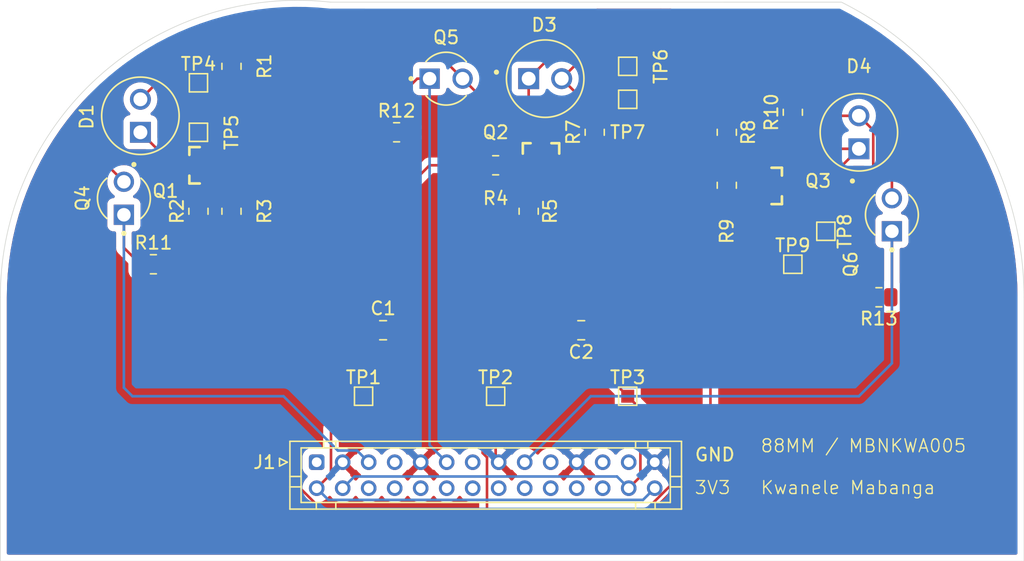
<source format=kicad_pcb>
(kicad_pcb (version 20221018) (generator pcbnew)
  (title_block (title "Micromouse Project (Sensing)") (date "2024-03-23") (rev "0") (comment 1 "@author: Kwanele Mabanga") (comment 2 "@version: 1"))
  (layers (0 "F.Cu" signal) (31 "B.Cu" signal) (34 "B.Paste" user) (35 "F.Paste" user) (36 "B.SilkS" user "B.Silkscreen") (37 "F.SilkS" user "F.Silkscreen") (38 "B.Mask" user) (39 "F.Mask" user) (44 "Edge.Cuts" user))
  (net 0 "")
  (net 1 "+3V3")
  (net 2 "GND")
  (net 3 "+BATT")
  (net 4 "/IR_LED_C")
  (net 5 "/IR_LED_1A")
  (net 6 "/IR_LED_2C")
  (net 7 "/IR_LED_2A")
  (net 8 "/IR_LED_3C")
  (net 9 "/IR_LED_3A")
  (net 10 "Net-(Q1-Pad1)")
  (net 12 "/PA3")
  (net 17 "/PA5")
  (net 22 "/PA7")
  (net 30 "Net-(Q2-Pad1)")
  (net 31 "Net-(Q3-Pad1)")
  (footprint "Resistor_SMD:R_0805_2012Metric" (layer "F.Cu") (at 167.64 96.52 -90)
    (fp_text reference "R8" (at 0 -1.65 -90) (layer "F.SilkS"))
    (fp_text value "100")
    (fp_line (start -0.227064 -0.735) (end 0.227064 -0.735) (stroke (width 0.12)) (layer "F.SilkS"))
    (fp_line (start -0.227064 0.735) (end 0.227064 0.735) (stroke (width 0.12)) (layer "F.SilkS"))
    (pad "1" smd roundrect (at -0.9125 0 270) (size 1.025 1.4) (layers "F.Cu" "F.Paste" "F.Mask") (roundrect_rratio 0.243902439) (net 1 "+3V3"))
    (pad "2" smd roundrect (at 0.9125 0 270) (size 1.025 1.4) (layers "F.Cu" "F.Paste" "F.Mask") (roundrect_rratio 0.243902439) (net 31 "Net-(Q3-Pad1)"))
  )
  (footprint "TestPoint:TestPoint_Pad_1.0x1.0mm" (layer "F.Cu") (at 139.7 116.84)
    (fp_text reference "TP1" (at 0 -1.448) (layer "F.SilkS"))
    (fp_text value "TestPoint")
    (fp_line (start -0.7 -0.7) (end 0.7 -0.7) (stroke (width 0.12)) (layer "F.SilkS"))
    (fp_line (start -0.7 0.7) (end -0.7 -0.7) (stroke (width 0.12)) (layer "F.SilkS"))
    (fp_line (start 0.7 -0.7) (end 0.7 0.7) (stroke (width 0.12)) (layer "F.SilkS"))
    (fp_line (start 0.7 0.7) (end -0.7 0.7) (stroke (width 0.12)) (layer "F.SilkS"))
    (pad "1" smd rect (at 0 0) (size 1 1) (layers "F.Cu" "F.Mask") (net 1 "+3V3"))
  )
  (footprint "Resistor_SMD:R_0805_2012Metric" (layer "F.Cu") (at 142.24 96.52)
    (fp_text reference "R12" (at 0 -1.65) (layer "F.SilkS"))
    (fp_text value "10k")
    (fp_line (start -0.227064 -0.735) (end 0.227064 -0.735) (stroke (width 0.12)) (layer "F.SilkS"))
    (fp_line (start -0.227064 0.735) (end 0.227064 0.735) (stroke (width 0.12)) (layer "F.SilkS"))
    (pad "1" smd roundrect (at -0.9125 0) (size 1.025 1.4) (layers "F.Cu" "F.Paste" "F.Mask") (roundrect_rratio 0.243902439) (net 17 "/PA5"))
    (pad "2" smd roundrect (at 0.9125 0) (size 1.025 1.4) (layers "F.Cu" "F.Paste" "F.Mask") (roundrect_rratio 0.243902439) (net 2 "GND"))
  )
  (footprint "TSAL6200:LEDRD254W55D595H900" (layer "F.Cu") (at 153.67 92.39)
    (fp_text reference "D3" (at -0.075 -4.135) (layer "F.SilkS"))
    (fp_text value "TSAL6200")
    (fp_circle (center -3.75 -0.5) (end -3.65 -0.5) (stroke (width 0.2)) (fill none) (layer "F.SilkS"))
    (fp_circle (center 0 0) (end 2.98 0) (stroke (width 0.127)) (fill none) (layer "F.SilkS"))
    (pad "A" thru_hole circle (at 1.27 0) (size 1.61 1.61) (drill 1.07) (layers "*.Cu" "*.Mask") (net 7 "/IR_LED_2A"))
    (pad "C" thru_hole rect (at -1.27 0) (size 1.61 1.61) (drill 1.07) (layers "*.Cu" "*.Mask") (net 6 "/IR_LED_2C"))
  )
  (footprint "MMBT5551:SOT23-3" (layer "F.Cu") (at 153.35 98.06 -90)
    (fp_text reference "Q2" (at -1.54 3.49 -180) (layer "F.SilkS"))
    (fp_text value "MMBT5551")
    (fp_line (start -0.7 -1.4) (end 0.1 -1.4) (stroke (width 0.2032)) (layer "F.SilkS"))
    (fp_line (start -0.7 -0.8) (end -0.7 -1.4) (stroke (width 0.2032)) (layer "F.SilkS"))
    (fp_line (start -0.7 0.8) (end -0.7 1.4) (stroke (width 0.2032)) (layer "F.SilkS"))
    (fp_line (start -0.7 1.4) (end 0.1 1.4) (stroke (width 0.2032)) (layer "F.SilkS"))
    (pad "1" smd rect (at 1 0.95) (size 0.8 0.9) (layers "F.Cu" "F.Paste" "F.Mask") (net 30 "Net-(Q2-Pad1)"))
    (pad "2" smd rect (at 1 -0.95) (size 0.8 0.9) (layers "F.Cu" "F.Paste" "F.Mask") (net 2 "GND"))
    (pad "3" smd rect (at -1.1 0) (size 0.8 0.9) (layers "F.Cu" "F.Paste" "F.Mask") (net 6 "/IR_LED_2C"))
  )
  (footprint "TEFT4300:XDCR_TEFT4300" (layer "F.Cu") (at 146.05 92.39)
    (fp_text reference "Q5" (at 0 -3.175) (layer "F.SilkS"))
    (fp_text value "TEFT4300")
    (fp_arc (start -1.55 -1.310001) (mid 0 -2.032778) (end 1.55 -1.31) (stroke (width 0.127)) (layer "F.SilkS"))
    (fp_arc (start 1.55 1.310001) (mid 0 2.032778) (end -1.55 1.31) (stroke (width 0.127)) (layer "F.SilkS"))
    (fp_circle (center -2.7 0) (end -2.6 0) (stroke (width 0.2)) (fill none) (layer "F.SilkS"))
    (pad "C" thru_hole circle (at 1.27 0) (size 1.56 1.56) (drill 1.04) (layers "*.Cu" "*.Mask") (net 3 "+BATT"))
    (pad "E" thru_hole rect (at -1.27 0) (size 1.56 1.56) (drill 1.04) (layers "*.Cu" "*.Mask") (net 17 "/PA5"))
  )
  (footprint "TestPoint:TestPoint_Pad_1.0x1.0mm" (layer "F.Cu") (at 160.02 93.98)
    (fp_text reference "TP7" (at 0 2.54) (layer "F.SilkS"))
    (fp_text value "TestPoint")
    (fp_line (start -0.7 -0.7) (end 0.7 -0.7) (stroke (width 0.12)) (layer "F.SilkS"))
    (fp_line (start -0.7 0.7) (end -0.7 -0.7) (stroke (width 0.12)) (layer "F.SilkS"))
    (fp_line (start 0.7 -0.7) (end 0.7 0.7) (stroke (width 0.12)) (layer "F.SilkS"))
    (fp_line (start 0.7 0.7) (end -0.7 0.7) (stroke (width 0.12)) (layer "F.SilkS"))
    (pad "1" smd rect (at 0 0) (size 1 1) (layers "F.Cu" "F.Mask") (net 6 "/IR_LED_2C"))
  )
  (footprint "TestPoint:TestPoint_Pad_1.0x1.0mm" (layer "F.Cu") (at 127 92.71)
    (fp_text reference "TP4" (at 0 -1.448) (layer "F.SilkS"))
    (fp_text value "TestPoint")
    (fp_line (start -0.7 -0.7) (end 0.7 -0.7) (stroke (width 0.12)) (layer "F.SilkS"))
    (fp_line (start -0.7 0.7) (end -0.7 -0.7) (stroke (width 0.12)) (layer "F.SilkS"))
    (fp_line (start 0.7 -0.7) (end 0.7 0.7) (stroke (width 0.12)) (layer "F.SilkS"))
    (fp_line (start 0.7 0.7) (end -0.7 0.7) (stroke (width 0.12)) (layer "F.SilkS"))
    (pad "1" smd rect (at 0 0) (size 1 1) (layers "F.Cu" "F.Mask") (net 5 "/IR_LED_1A"))
  )
  (footprint "Resistor_SMD:R_0805_2012Metric" (layer "F.Cu") (at 129.54 102.6 90)
    (fp_text reference "R3" (at 0 2.54 90) (layer "F.SilkS"))
    (fp_text value "10k")
    (fp_line (start -0.227064 -0.735) (end 0.227064 -0.735) (stroke (width 0.12)) (layer "F.SilkS"))
    (fp_line (start -0.227064 0.735) (end 0.227064 0.735) (stroke (width 0.12)) (layer "F.SilkS"))
    (pad "1" smd roundrect (at -0.9125 0 90) (size 1.025 1.4) (layers "F.Cu" "F.Paste" "F.Mask") (roundrect_rratio 0.243902439) (net 10 "Net-(Q1-Pad1)"))
    (pad "2" smd roundrect (at 0.9125 0 90) (size 1.025 1.4) (layers "F.Cu" "F.Paste" "F.Mask") (roundrect_rratio 0.243902439) (net 2 "GND"))
  )
  (footprint "TestPoint:TestPoint_Pad_1.0x1.0mm" (layer "F.Cu") (at 127 96.52)
    (fp_text reference "TP5" (at 2.542 0 90) (layer "F.SilkS"))
    (fp_text value "TestPoint")
    (fp_line (start -0.7 -0.7) (end 0.7 -0.7) (stroke (width 0.12)) (layer "F.SilkS"))
    (fp_line (start -0.7 0.7) (end -0.7 -0.7) (stroke (width 0.12)) (layer "F.SilkS"))
    (fp_line (start 0.7 -0.7) (end 0.7 0.7) (stroke (width 0.12)) (layer "F.SilkS"))
    (fp_line (start 0.7 0.7) (end -0.7 0.7) (stroke (width 0.12)) (layer "F.SilkS"))
    (pad "1" smd rect (at 0 0) (size 1 1) (layers "F.Cu" "F.Mask") (net 4 "/IR_LED_C"))
  )
  (footprint "TSAL6200:LEDRD254W55D595H900" (layer "F.Cu") (at 122.535 95.25 90)
    (fp_text reference "D1" (at -0.075 -4.135 90) (layer "F.SilkS"))
    (fp_text value "TSAL6200")
    (fp_circle (center -3.75 -0.5) (end -3.65 -0.5) (stroke (width 0.2)) (fill none) (layer "F.SilkS"))
    (fp_circle (center 0 0) (end 2.98 0) (stroke (width 0.127)) (fill none) (layer "F.SilkS"))
    (pad "A" thru_hole circle (at 1.27 0 90) (size 1.61 1.61) (drill 1.07) (layers "*.Cu" "*.Mask") (net 5 "/IR_LED_1A"))
    (pad "C" thru_hole rect (at -1.27 0 90) (size 1.61 1.61) (drill 1.07) (layers "*.Cu" "*.Mask") (net 4 "/IR_LED_C"))
  )
  (footprint "TestPoint:TestPoint_Pad_1.0x1.0mm" (layer "F.Cu") (at 160.02 116.84)
    (fp_text reference "TP3" (at 0 -1.448) (layer "F.SilkS"))
    (fp_text value "TestPoint")
    (fp_line (start -0.7 -0.7) (end 0.7 -0.7) (stroke (width 0.12)) (layer "F.SilkS"))
    (fp_line (start -0.7 0.7) (end -0.7 -0.7) (stroke (width 0.12)) (layer "F.SilkS"))
    (fp_line (start 0.7 -0.7) (end 0.7 0.7) (stroke (width 0.12)) (layer "F.SilkS"))
    (fp_line (start 0.7 0.7) (end -0.7 0.7) (stroke (width 0.12)) (layer "F.SilkS"))
    (pad "1" smd rect (at 0 0) (size 1 1) (layers "F.Cu" "F.Mask") (net 3 "+BATT"))
  )
  (footprint "TestPoint:TestPoint_Pad_1.0x1.0mm" (layer "F.Cu") (at 175.26 104.14 -90)
    (fp_text reference "TP8" (at 0 -1.448 90) (layer "F.SilkS"))
    (fp_text value "TestPoint")
    (fp_line (start -0.7 -0.7) (end 0.7 -0.7) (stroke (width 0.12)) (layer "F.SilkS"))
    (fp_line (start -0.7 0.7) (end -0.7 -0.7) (stroke (width 0.12)) (layer "F.SilkS"))
    (fp_line (start 0.7 -0.7) (end 0.7 0.7) (stroke (width 0.12)) (layer "F.SilkS"))
    (fp_line (start 0.7 0.7) (end -0.7 0.7) (stroke (width 0.12)) (layer "F.SilkS"))
    (pad "1" smd rect (at 0 0 270) (size 1 1) (layers "F.Cu" "F.Mask") (net 9 "/IR_LED_3A"))
  )
  (footprint "TEFT4300:XDCR_TEFT4300" (layer "F.Cu") (at 180.34 102.87 90)
    (fp_text reference "Q6" (at -3.81 -3.175 90) (layer "F.SilkS"))
    (fp_text value "TEFT4300")
    (fp_arc (start -1.55 -1.310001) (mid 0 -2.032778) (end 1.55 -1.31) (stroke (width 0.127)) (layer "F.SilkS"))
    (fp_arc (start 1.55 1.310001) (mid 0 2.032778) (end -1.55 1.31) (stroke (width 0.127)) (layer "F.SilkS"))
    (fp_circle (center -2.7 0) (end -2.6 0) (stroke (width 0.2)) (fill none) (layer "F.SilkS"))
    (pad "C" thru_hole circle (at 1.27 0 90) (size 1.56 1.56) (drill 1.04) (layers "*.Cu" "*.Mask") (net 3 "+BATT"))
    (pad "E" thru_hole rect (at -1.27 0 90) (size 1.56 1.56) (drill 1.04) (layers "*.Cu" "*.Mask") (net 22 "/PA7"))
  )
  (footprint "TestPoint:TestPoint_Pad_1.0x1.0mm" (layer "F.Cu") (at 149.86 116.84)
    (fp_text reference "TP2" (at 0 -1.448) (layer "F.SilkS"))
    (fp_text value "TestPoint")
    (fp_line (start -0.7 -0.7) (end 0.7 -0.7) (stroke (width 0.12)) (layer "F.SilkS"))
    (fp_line (start -0.7 0.7) (end -0.7 -0.7) (stroke (width 0.12)) (layer "F.SilkS"))
    (fp_line (start 0.7 -0.7) (end 0.7 0.7) (stroke (width 0.12)) (layer "F.SilkS"))
    (fp_line (start 0.7 0.7) (end -0.7 0.7) (stroke (width 0.12)) (layer "F.SilkS"))
    (pad "1" smd rect (at 0 0) (size 1 1) (layers "F.Cu" "F.Mask") (net 2 "GND"))
  )
  (footprint "Resistor_SMD:R_0805_2012Metric" (layer "F.Cu") (at 172.72 94.98 90)
    (fp_text reference "R10" (at 0 -1.65 90) (layer "F.SilkS"))
    (fp_text value "220")
    (fp_line (start -0.227064 -0.735) (end 0.227064 -0.735) (stroke (width 0.12)) (layer "F.SilkS"))
    (fp_line (start -0.227064 0.735) (end 0.227064 0.735) (stroke (width 0.12)) (layer "F.SilkS"))
    (pad "1" smd roundrect (at -0.9125 0 90) (size 1.025 1.4) (layers "F.Cu" "F.Paste" "F.Mask") (roundrect_rratio 0.243902439) (net 3 "+BATT"))
    (pad "2" smd roundrect (at 0.9125 0 90) (size 1.025 1.4) (layers "F.Cu" "F.Paste" "F.Mask") (roundrect_rratio 0.243902439) (net 9 "/IR_LED_3A"))
  )
  (footprint "Resistor_SMD:R_0805_2012Metric" (layer "F.Cu") (at 179.34 109.22 180)
    (fp_text reference "R13" (at 0 -1.65 180) (layer "F.SilkS"))
    (fp_text value "10k")
    (fp_line (start -0.227064 -0.735) (end 0.227064 -0.735) (stroke (width 0.12)) (layer "F.SilkS"))
    (fp_line (start -0.227064 0.735) (end 0.227064 0.735) (stroke (width 0.12)) (layer "F.SilkS"))
    (pad "1" smd roundrect (at -0.9125 0 180) (size 1.025 1.4) (layers "F.Cu" "F.Paste" "F.Mask") (roundrect_rratio 0.243902439) (net 22 "/PA7"))
    (pad "2" smd roundrect (at 0.9125 0 180) (size 1.025 1.4) (layers "F.Cu" "F.Paste" "F.Mask") (roundrect_rratio 0.243902439) (net 2 "GND"))
  )
  (footprint "Resistor_SMD:R_0805_2012Metric" (layer "F.Cu") (at 152.4 102.6 -90)
    (fp_text reference "R5" (at 0 -1.65 -90) (layer "F.SilkS"))
    (fp_text value "10k")
    (fp_line (start -0.227064 -0.735) (end 0.227064 -0.735) (stroke (width 0.12)) (layer "F.SilkS"))
    (fp_line (start -0.227064 0.735) (end 0.227064 0.735) (stroke (width 0.12)) (layer "F.SilkS"))
    (pad "1" smd roundrect (at -0.9125 0 270) (size 1.025 1.4) (layers "F.Cu" "F.Paste" "F.Mask") (roundrect_rratio 0.243902439) (net 30 "Net-(Q2-Pad1)"))
    (pad "2" smd roundrect (at 0.9125 0 270) (size 1.025 1.4) (layers "F.Cu" "F.Paste" "F.Mask") (roundrect_rratio 0.243902439) (net 2 "GND"))
  )
  (footprint "MMBT5551:SOT23-3" (layer "F.Cu") (at 171.18 100.65 180)
    (fp_text reference "Q3" (at -3.48 0.38) (layer "F.SilkS"))
    (fp_text value "MMBT5551")
    (fp_line (start -0.7 -1.4) (end 0.1 -1.4) (stroke (width 0.2032)) (layer "F.SilkS"))
    (fp_line (start -0.7 -0.8) (end -0.7 -1.4) (stroke (width 0.2032)) (layer "F.SilkS"))
    (fp_line (start -0.7 0.8) (end -0.7 1.4) (stroke (width 0.2032)) (layer "F.SilkS"))
    (fp_line (start -0.7 1.4) (end 0.1 1.4) (stroke (width 0.2032)) (layer "F.SilkS"))
    (pad "1" smd rect (at 1 0.95 270) (size 0.8 0.9) (layers "F.Cu" "F.Paste" "F.Mask") (net 31 "Net-(Q3-Pad1)"))
    (pad "2" smd rect (at 1 -0.95 270) (size 0.8 0.9) (layers "F.Cu" "F.Paste" "F.Mask") (net 2 "GND"))
    (pad "3" smd rect (at -1.1 0 270) (size 0.8 0.9) (layers "F.Cu" "F.Paste" "F.Mask") (net 8 "/IR_LED_3C"))
  )
  (footprint "TSAL6200:LEDRD254W55D595H900" (layer "F.Cu") (at 177.8 96.52 90)
    (fp_text reference "D4" (at 5.08 0 180) (layer "F.SilkS"))
    (fp_text value "TSAL6200")
    (fp_circle (center -3.75 -0.5) (end -3.65 -0.5) (stroke (width 0.2)) (fill none) (layer "F.SilkS"))
    (fp_circle (center 0 0) (end 2.98 0) (stroke (width 0.127)) (fill none) (layer "F.SilkS"))
    (pad "A" thru_hole circle (at 1.27 0 90) (size 1.61 1.61) (drill 1.07) (layers "*.Cu" "*.Mask") (net 9 "/IR_LED_3A"))
    (pad "C" thru_hole rect (at -1.27 0 90) (size 1.61 1.61) (drill 1.07) (layers "*.Cu" "*.Mask") (net 8 "/IR_LED_3C"))
  )
  (footprint "Resistor_SMD:R_0805_2012Metric" (layer "F.Cu") (at 127 102.6 90)
    (fp_text reference "R2" (at 0 -1.65 90) (layer "F.SilkS"))
    (fp_text value "100")
    (fp_line (start -0.227064 -0.735) (end 0.227064 -0.735) (stroke (width 0.12)) (layer "F.SilkS"))
    (fp_line (start -0.227064 0.735) (end 0.227064 0.735) (stroke (width 0.12)) (layer "F.SilkS"))
    (pad "1" smd roundrect (at -0.9125 0 90) (size 1.025 1.4) (layers "F.Cu" "F.Paste" "F.Mask") (roundrect_rratio 0.243902439) (net 1 "+3V3"))
    (pad "2" smd roundrect (at 0.9125 0 90) (size 1.025 1.4) (layers "F.Cu" "F.Paste" "F.Mask") (roundrect_rratio 0.243902439) (net 10 "Net-(Q1-Pad1)"))
  )
  (footprint "TestPoint:TestPoint_Pad_1.0x1.0mm" (layer "F.Cu") (at 160.02 91.44)
    (fp_text reference "TP6" (at 2.54 0 -90) (layer "F.SilkS"))
    (fp_text value "TestPoint")
    (fp_line (start -0.7 -0.7) (end 0.7 -0.7) (stroke (width 0.12)) (layer "F.SilkS"))
    (fp_line (start -0.7 0.7) (end -0.7 -0.7) (stroke (width 0.12)) (layer "F.SilkS"))
    (fp_line (start 0.7 -0.7) (end 0.7 0.7) (stroke (width 0.12)) (layer "F.SilkS"))
    (fp_line (start 0.7 0.7) (end -0.7 0.7) (stroke (width 0.12)) (layer "F.SilkS"))
    (pad "1" smd rect (at 0 0) (size 1 1) (layers "F.Cu" "F.Mask") (net 7 "/IR_LED_2A"))
  )
  (footprint "Resistor_SMD:R_0805_2012Metric" (layer "F.Cu") (at 149.86 99.06)
    (fp_text reference "R4" (at 0 2.54) (layer "F.SilkS"))
    (fp_text value "100")
    (fp_line (start -0.227064 -0.735) (end 0.227064 -0.735) (stroke (width 0.12)) (layer "F.SilkS"))
    (fp_line (start -0.227064 0.735) (end 0.227064 0.735) (stroke (width 0.12)) (layer "F.SilkS"))
    (pad "1" smd roundrect (at -0.9125 0) (size 1.025 1.4) (layers "F.Cu" "F.Paste" "F.Mask") (roundrect_rratio 0.243902439) (net 1 "+3V3"))
    (pad "2" smd roundrect (at 0.9125 0) (size 1.025 1.4) (layers "F.Cu" "F.Paste" "F.Mask") (roundrect_rratio 0.243902439) (net 30 "Net-(Q2-Pad1)"))
  )
  (footprint "Connector_JST:JST_PHD_B28B-PHDSS_2x14_P2.00mm_Vertical" (layer "F.Cu") (at 136.095 121.92)
    (fp_text reference "J1" (at -4.015 0) (layer "F.SilkS"))
    (fp_text value "Conn_02x14_Top_Bottom")
    (fp_line (start -2.86 -0.3) (end -2.26 0) (stroke (width 0.12)) (layer "F.SilkS"))
    (fp_line (start -2.86 0.3) (end -2.86 -0.3) (stroke (width 0.12)) (layer "F.SilkS"))
    (fp_line (start -2.26 0) (end -2.86 0.3) (stroke (width 0.12)) (layer "F.SilkS"))
    (fp_line (start -2.06 -1.61) (end -2.06 3.61) (stroke (width 0.12)) (layer "F.SilkS"))
    (fp_line (start -2.06 1.1) (end -1.2 1.1) (stroke (width 0.12)) (layer "F.SilkS"))
    (fp_line (start -2.06 1.9) (end -1.2 1.9) (stroke (width 0.12)) (layer "F.SilkS"))
    (fp_line (start -2.06 3.61) (end 28.06 3.61) (stroke (width 0.12)) (layer "F.SilkS"))
    (fp_line (start -1.2 -1.1) (end -1.2 3.1) (stroke (width 0.12)) (layer "F.SilkS"))
    (fp_line (start -1.2 3.1) (end 27.2 3.1) (stroke (width 0.12)) (layer "F.SilkS"))
    (fp_line (start -0.03 3.61) (end -0.03 3.1) (stroke (width 0.12)) (layer "F.SilkS"))
    (fp_line (start 0.53 -1.61) (end 0.53 -1.1) (stroke (width 0.12)) (layer "F.SilkS"))
    (fp_line (start 1.47 -1.61) (end 1.47 -1.1) (stroke (width 0.12)) (layer "F.SilkS"))
    (fp_line (start 1.47 3.61) (end 1.47 3.1) (stroke (width 0.12)) (layer "F.SilkS"))
    (fp_line (start 24.53 -1.61) (end 24.53 -1.1) (stroke (width 0.12)) (layer "F.SilkS"))
    (fp_line (start 24.53 3.61) (end 24.53 3.1) (stroke (width 0.12)) (layer "F.SilkS"))
    (fp_line (start 25.47 -1.61) (end 25.47 -1.1) (stroke (width 0.12)) (layer "F.SilkS"))
    (fp_line (start 26.03 3.61) (end 26.03 3.1) (stroke (width 0.12)) (layer "F.SilkS"))
    (fp_line (start 27.2 -1.1) (end -1.2 -1.1) (stroke (width 0.12)) (layer "F.SilkS"))
    (fp_line (start 27.2 3.1) (end 27.2 -1.1) (stroke (width 0.12)) (layer "F.SilkS"))
    (fp_line (start 28.06 -1.61) (end -2.06 -1.61) (stroke (width 0.12)) (layer "F.SilkS"))
    (fp_line (start 28.06 1.1) (end 27.2 1.1) (stroke (width 0.12)) (layer "F.SilkS"))
    (fp_line (start 28.06 1.9) (end 27.2 1.9) (stroke (width 0.12)) (layer "F.SilkS"))
    (fp_line (start 28.06 3.61) (end 28.06 -1.61) (stroke (width 0.12)) (layer "F.SilkS"))
    (pad "1" thru_hole roundrect (at 0 0) (size 1.2 1.2) (drill 0.75) (layers "*.Cu" "*.Mask") (roundrect_rratio 0.2083333333))
    (pad "2" thru_hole circle (at 0 2) (size 1.2 1.2) (drill 0.75) (layers "*.Cu" "*.Mask") (net 1 "+3V3"))
    (pad "3" thru_hole circle (at 2 0) (size 1.2 1.2) (drill 0.75) (layers "*.Cu" "*.Mask") (net 2 "GND"))
    (pad "4" thru_hole circle (at 2 2) (size 1.2 1.2) (drill 0.75) (layers "*.Cu" "*.Mask") (net 3 "+BATT"))
    (pad "5" thru_hole circle (at 4 0) (size 1.2 1.2) (drill 0.75) (layers "*.Cu" "*.Mask") (net 12 "/PA3"))
    (pad "6" thru_hole circle (at 4 2) (size 1.2 1.2) (drill 0.75) (layers "*.Cu" "*.Mask"))
    (pad "7" thru_hole circle (at 6 0) (size 1.2 1.2) (drill 0.75) (layers "*.Cu" "*.Mask"))
    (pad "8" thru_hole circle (at 6 2) (size 1.2 1.2) (drill 0.75) (layers "*.Cu" "*.Mask"))
    (pad "9" thru_hole circle (at 8 0) (size 1.2 1.2) (drill 0.75) (layers "*.Cu" "*.Mask") (net 2 "GND"))
    (pad "10" thru_hole circle (at 8 2) (size 1.2 1.2) (drill 0.75) (layers "*.Cu" "*.Mask"))
    (pad "11" thru_hole circle (at 10 0) (size 1.2 1.2) (drill 0.75) (layers "*.Cu" "*.Mask") (net 17 "/PA5"))
    (pad "12" thru_hole circle (at 10 2) (size 1.2 1.2) (drill 0.75) (layers "*.Cu" "*.Mask"))
    (pad "13" thru_hole circle (at 12 0) (size 1.2 1.2) (drill 0.75) (layers "*.Cu" "*.Mask"))
    (pad "14" thru_hole circle (at 12 2) (size 1.2 1.2) (drill 0.75) (layers "*.Cu" "*.Mask"))
    (pad "15" thru_hole circle (at 14 0) (size 1.2 1.2) (drill 0.75) (layers "*.Cu" "*.Mask") (net 2 "GND"))
    (pad "16" thru_hole circle (at 14 2) (size 1.2 1.2) (drill 0.75) (layers "*.Cu" "*.Mask"))
    (pad "17" thru_hole circle (at 16 0) (size 1.2 1.2) (drill 0.75) (layers "*.Cu" "*.Mask") (net 22 "/PA7"))
    (pad "18" thru_hole circle (at 16 2) (size 1.2 1.2) (drill 0.75) (layers "*.Cu" "*.Mask"))
    (pad "19" thru_hole circle (at 18 0) (size 1.2 1.2) (drill 0.75) (layers "*.Cu" "*.Mask"))
    (pad "20" thru_hole circle (at 18 2) (size 1.2 1.2) (drill 0.75) (layers "*.Cu" "*.Mask"))
    (pad "21" thru_hole circle (at 20 0) (size 1.2 1.2) (drill 0.75) (layers "*.Cu" "*.Mask") (net 2 "GND"))
    (pad "22" thru_hole circle (at 20 2) (size 1.2 1.2) (drill 0.75) (layers "*.Cu" "*.Mask"))
    (pad "23" thru_hole circle (at 22 0) (size 1.2 1.2) (drill 0.75) (layers "*.Cu" "*.Mask"))
    (pad "24" thru_hole circle (at 22 2) (size 1.2 1.2) (drill 0.75) (layers "*.Cu" "*.Mask"))
    (pad "25" thru_hole circle (at 24 0) (size 1.2 1.2) (drill 0.75) (layers "*.Cu" "*.Mask"))
    (pad "26" thru_hole circle (at 24 2) (size 1.2 1.2) (drill 0.75) (layers "*.Cu" "*.Mask") (net 3 "+BATT"))
    (pad "27" thru_hole circle (at 26 0) (size 1.2 1.2) (drill 0.75) (layers "*.Cu" "*.Mask") (net 2 "GND"))
    (pad "28" thru_hole circle (at 26 2) (size 1.2 1.2) (drill 0.75) (layers "*.Cu" "*.Mask") (net 1 "+3V3"))
  )
  (footprint "MMBT5551:SOT23-3" (layer "F.Cu") (at 127 99.06)
    (fp_text reference "Q1" (at -2.54 1.9812) (layer "F.SilkS"))
    (fp_text value "MMBT5551")
    (fp_line (start -0.7 -1.4) (end 0.1 -1.4) (stroke (width 0.2032)) (layer "F.SilkS"))
    (fp_line (start -0.7 -0.8) (end -0.7 -1.4) (stroke (width 0.2032)) (layer "F.SilkS"))
    (fp_line (start -0.7 0.8) (end -0.7 1.4) (stroke (width 0.2032)) (layer "F.SilkS"))
    (fp_line (start -0.7 1.4) (end 0.1 1.4) (stroke (width 0.2032)) (layer "F.SilkS"))
    (pad "1" smd rect (at 1 0.95 90) (size 0.8 0.9) (layers "F.Cu" "F.Paste" "F.Mask") (net 10 "Net-(Q1-Pad1)"))
    (pad "2" smd rect (at 1 -0.95 90) (size 0.8 0.9) (layers "F.Cu" "F.Paste" "F.Mask") (net 2 "GND"))
    (pad "3" smd rect (at -1.1 0 90) (size 0.8 0.9) (layers "F.Cu" "F.Paste" "F.Mask") (net 4 "/IR_LED_C"))
  )
  (footprint "Capacitor_SMD:C_0805_2012Metric" (layer "F.Cu") (at 156.4425 111.76 180)
    (fp_text reference "C2" (at 0 -1.68 180) (layer "F.SilkS"))
    (fp_text value "10nF")
    (fp_line (start -0.261252 -0.735) (end 0.261252 -0.735) (stroke (width 0.12)) (layer "F.SilkS"))
    (fp_line (start -0.261252 0.735) (end 0.261252 0.735) (stroke (width 0.12)) (layer "F.SilkS"))
    (pad "1" smd roundrect (at -0.95 0 180) (size 1 1.45) (layers "F.Cu" "F.Paste" "F.Mask") (net 3 "+BATT"))
    (pad "2" smd roundrect (at 0.95 0 180) (size 1 1.45) (layers "F.Cu" "F.Paste" "F.Mask") (net 2 "GND"))
  )
  (footprint "Resistor_SMD:R_0805_2012Metric" (layer "F.Cu") (at 123.535 106.68)
    (fp_text reference "R11" (at 0 -1.65) (layer "F.SilkS"))
    (fp_text value "10k")
    (fp_line (start -0.227064 -0.735) (end 0.227064 -0.735) (stroke (width 0.12)) (layer "F.SilkS"))
    (fp_line (start -0.227064 0.735) (end 0.227064 0.735) (stroke (width 0.12)) (layer "F.SilkS"))
    (pad "1" smd roundrect (at -0.9125 0) (size 1.025 1.4) (layers "F.Cu" "F.Paste" "F.Mask") (roundrect_rratio 0.243902439) (net 12 "/PA3"))
    (pad "2" smd roundrect (at 0.9125 0) (size 1.025 1.4) (layers "F.Cu" "F.Paste" "F.Mask") (roundrect_rratio 0.243902439) (net 2 "GND"))
  )
  (footprint "Resistor_SMD:R_0805_2012Metric" (layer "F.Cu") (at 157.48 96.52 90)
    (fp_text reference "R7" (at 0 -1.65 90) (layer "F.SilkS"))
    (fp_text value "220")
    (fp_line (start -0.227064 -0.735) (end 0.227064 -0.735) (stroke (width 0.12)) (layer "F.SilkS"))
    (fp_line (start -0.227064 0.735) (end 0.227064 0.735) (stroke (width 0.12)) (layer "F.SilkS"))
    (pad "1" smd roundrect (at -0.9125 0 90) (size 1.025 1.4) (layers "F.Cu" "F.Paste" "F.Mask") (roundrect_rratio 0.243902439) (net 3 "+BATT"))
    (pad "2" smd roundrect (at 0.9125 0 90) (size 1.025 1.4) (layers "F.Cu" "F.Paste" "F.Mask") (roundrect_rratio 0.243902439) (net 7 "/IR_LED_2A"))
  )
  (footprint "Capacitor_SMD:C_0805_2012Metric" (layer "F.Cu") (at 141.2025 111.76)
    (fp_text reference "C1" (at 0 -1.68) (layer "F.SilkS"))
    (fp_text value "10nF")
    (fp_line (start -0.261252 -0.735) (end 0.261252 -0.735) (stroke (width 0.12)) (layer "F.SilkS"))
    (fp_line (start -0.261252 0.735) (end 0.261252 0.735) (stroke (width 0.12)) (layer "F.SilkS"))
    (pad "1" smd roundrect (at -0.95 0) (size 1 1.45) (layers "F.Cu" "F.Paste" "F.Mask") (net 1 "+3V3"))
    (pad "2" smd roundrect (at 0.95 0) (size 1 1.45) (layers "F.Cu" "F.Paste" "F.Mask") (net 2 "GND"))
  )
  (footprint "TEFT4300:XDCR_TEFT4300" (layer "F.Cu") (at 121.265 101.6 90)
    (fp_text reference "Q4" (at 0 -3.175 90) (layer "F.SilkS"))
    (fp_text value "TEFT4300")
    (fp_arc (start -1.55 -1.310001) (mid 0 -2.032778) (end 1.55 -1.31) (stroke (width 0.127)) (layer "F.SilkS"))
    (fp_arc (start 1.55 1.310001) (mid 0 2.032778) (end -1.55 1.31) (stroke (width 0.127)) (layer "F.SilkS"))
    (fp_circle (center -2.7 0) (end -2.6 0) (stroke (width 0.2)) (fill none) (layer "F.SilkS"))
    (pad "C" thru_hole circle (at 1.27 0 90) (size 1.56 1.56) (drill 1.04) (layers "*.Cu" "*.Mask") (net 3 "+BATT"))
    (pad "E" thru_hole rect (at -1.27 0 90) (size 1.56 1.56) (drill 1.04) (layers "*.Cu" "*.Mask") (net 12 "/PA3"))
  )
  (footprint "TestPoint:TestPoint_Pad_1.0x1.0mm" (layer "F.Cu") (at 172.72 106.68)
    (fp_text reference "TP9" (at 0 -1.448) (layer "F.SilkS"))
    (fp_text value "TestPoint")
    (fp_line (start -0.7 -0.7) (end 0.7 -0.7) (stroke (width 0.12)) (layer "F.SilkS"))
    (fp_line (start -0.7 0.7) (end -0.7 -0.7) (stroke (width 0.12)) (layer "F.SilkS"))
    (fp_line (start 0.7 -0.7) (end 0.7 0.7) (stroke (width 0.12)) (layer "F.SilkS"))
    (fp_line (start 0.7 0.7) (end -0.7 0.7) (stroke (width 0.12)) (layer "F.SilkS"))
    (pad "1" smd rect (at 0 0) (size 1 1) (layers "F.Cu" "F.Mask") (net 8 "/IR_LED_3C"))
  )
  (footprint "Resistor_SMD:R_0805_2012Metric" (layer "F.Cu") (at 167.64 100.6 -90)
    (fp_text reference "R9" (at 3.54 0 -90) (layer "F.SilkS"))
    (fp_text value "10k")
    (fp_line (start -0.227064 -0.735) (end 0.227064 -0.735) (stroke (width 0.12)) (layer "F.SilkS"))
    (fp_line (start -0.227064 0.735) (end 0.227064 0.735) (stroke (width 0.12)) (layer "F.SilkS"))
    (pad "1" smd roundrect (at -0.9125 0 270) (size 1.025 1.4) (layers "F.Cu" "F.Paste" "F.Mask") (roundrect_rratio 0.243902439) (net 31 "Net-(Q3-Pad1)"))
    (pad "2" smd roundrect (at 0.9125 0 270) (size 1.025 1.4) (layers "F.Cu" "F.Paste" "F.Mask") (roundrect_rratio 0.243902439) (net 2 "GND"))
  )
  (footprint "Resistor_SMD:R_0805_2012Metric" (layer "F.Cu") (at 129.54 91.44 90)
    (fp_text reference "R1" (at 0 2.54 90) (layer "F.SilkS"))
    (fp_text value "220")
    (fp_line (start -0.227064 -0.735) (end 0.227064 -0.735) (stroke (width 0.12)) (layer "F.SilkS"))
    (fp_line (start -0.227064 0.735) (end 0.227064 0.735) (stroke (width 0.12)) (layer "F.SilkS"))
    (pad "1" smd roundrect (at -0.9125 0 90) (size 1.025 1.4) (layers "F.Cu" "F.Paste" "F.Mask") (roundrect_rratio 0.243902439) (net 3 "+BATT"))
    (pad "2" smd roundrect (at 0.9125 0 90) (size 1.025 1.4) (layers "F.Cu" "F.Paste" "F.Mask") (roundrect_rratio 0.243902439) (net 5 "/IR_LED_1A"))
  )
  (gr_line (start 116.84 129.54) (end 111.76 129.54) (stroke (width 0.05)) (layer "Edge.Cuts"))
  (gr_line (start 111.76 114.3) (end 111.76 109.22) (stroke (width 0.05)) (layer "Edge.Cuts"))
  (gr_arc (start 176.459225 86.501549) (mid 186.706531 95.866429) (end 190.5 109.22) (stroke (width 0.05)) (layer "Edge.Cuts"))
  (gr_arc (start 111.76 109.22) (mid 119.374175 92.186373) (end 137.144465 86.499818) (stroke (width 0.05)) (layer "Edge.Cuts"))
  (gr_line (start 190.5 129.54) (end 190.5 109.22) (stroke (width 0.05)) (layer "Edge.Cuts"))
  (gr_line (start 116.84 129.54) (end 190.5 129.54) (stroke (width 0.05)) (layer "Edge.Cuts"))
  (gr_line (start 111.76 129.54) (end 111.76 114.3) (stroke (width 0.05)) (layer "Edge.Cuts"))
  (gr_line (start 176.459225 86.501549) (end 137.144465 86.499818) (stroke (width 0.05)) (layer "Edge.Cuts"))
  (gr_text "GND" (at 165.1 121.92) (layer "F.SilkS") (effects (font (size 1 1)) (justify left bottom)))
  (gr_text "3V3\n" (at 165.1 124.46) (layer "F.SilkS") (effects (font (size 1 1) (thickness 0.1)) (justify left bottom)))
  (gr_text "88MM / MBNKWA005\n\nKwanele Mabanga" (at 170.18 124.46) (layer "F.SilkS") (effects (font (size 1 1) (thickness 0.1)) (justify left bottom)))
  (segment (start 140.165 103.675) (end 140.165 111.76) (width 0.2) (layer "F.Cu") (net 1))
  (segment (start 148.86 99.06) (end 144.78 99.06) (width 0.2) (layer "F.Cu") (net 1))
  (segment (start 148.86 121.212207) (end 149.195 121.547207) (width 0.2) (layer "F.Cu") (net 1))
  (segment (start 148.86 99.06) (end 148.86 121.212207) (width 0.2) (layer "F.Cu") (net 1))
  (segment (start 149.195 127.675) (end 159.345 127.675) (width 0.2) (layer "F.Cu") (net 1))
  (segment (start 166.382843 96.777157) (end 167.64 95.52) (width 0.2) (layer "F.Cu") (net 1))
  (segment (start 137.195 119.345) (end 139.7 116.84) (width 0.2) (layer "F.Cu") (net 1))
  (segment (start 144.78 99.06) (end 140.165 103.675) (width 0.2) (layer "F.Cu") (net 1))
  (segment (start 136.095 123.92) (end 137.195 122.82) (width 0.2) (layer "F.Cu") (net 1))
  (segment (start 166.382843 120.637157) (end 166.382843 96.777157) (width 0.2) (layer "F.Cu") (net 1))
  (segment (start 140.165 116.375) (end 139.7 116.84) (width 0.2) (layer "F.Cu") (net 1))
  (segment (start 129.54 111.76) (end 140.165 111.76) (width 0.2) (layer "F.Cu") (net 1))
  (segment (start 137.195 122.82) (end 137.195 119.345) (width 0.2) (layer "F.Cu") (net 1))
  (segment (start 127 109.22) (end 129.54 111.76) (width 0.2) (layer "F.Cu") (net 1))
  (segment (start 159.345 127.675) (end 166.382843 120.637157) (width 0.2) (layer "F.Cu") (net 1))
  (segment (start 127 103.6) (end 127 109.22) (width 0.2) (layer "F.Cu") (net 1))
  (segment (start 140.165 111.76) (end 140.165 116.375) (width 0.2) (layer "F.Cu") (net 1))
  (segment (start 149.195 121.547207) (end 149.195 127.675) (width 0.2) (layer "F.Cu") (net 1))
  (segment (start 136.995 124.82) (end 136.095 123.92) (width 0.2) (layer "B.Cu") (net 1))
  (segment (start 162.095 123.92) (end 161.195 124.82) (width 0.2) (layer "B.Cu") (net 1))
  (segment (start 161.195 124.82) (end 136.995 124.82) (width 0.2) (layer "B.Cu") (net 1))
  (segment (start 128.75 99.31) (end 127.25 99.31) (width 0.2) (layer "F.Cu") (net 2))
  (segment (start 149.86 121.685) (end 150.095 121.92) (width 0.2) (layer "F.Cu") (net 2))
  (segment (start 152.4 103.6) (end 152.4 108.755) (width 0.2) (layer "F.Cu") (net 2))
  (segment (start 143.24 96.52) (end 150.884314 96.52) (width 0.2) (layer "F.Cu") (net 2))
  (segment (start 152.4 116.84) (end 155.405 113.835) (width 0.2) (layer "F.Cu") (net 2))
  (segment (start 152.4 108.755) (end 155.405 111.76) (width 0.2) (layer "F.Cu") (net 2))
  (segment (start 154.3 101.7) (end 152.4 103.6) (width 0.2) (layer "F.Cu") (net 2))
  (segment (start 150.884314 96.52) (end 152.474314 98.11) (width 0.2) (layer "F.Cu") (net 2))
  (segment (start 129.54 101.6) (end 129.54 99.65) (width 0.2) (layer "F.Cu") (net 2))
  (segment (start 170.18 101.6) (end 170.18 106.68) (width 0.2) (layer "F.Cu") (net 2))
  (segment (start 128.5 98.06) (end 149.444744 98.06) (width 0.2) (layer "F.Cu") (net 2))
  (segment (start 155.405 113.835) (end 155.405 111.76) (width 0.2) (layer "F.Cu") (net 2))
  (segment (start 138.16 101.6) (end 129.54 101.6) (width 0.2) (layer "F.Cu") (net 2))
  (segment (start 149.86 116.84) (end 149.86 121.685) (width 0.2) (layer "F.Cu") (net 2))
  (segment (start 152.474314 98.11) (end 153.35 98.11) (width 0.2) (layer "F.Cu") (net 2))
  (segment (start 170.18 101.6) (end 167.64 101.6) (width 0.2) (layer "F.Cu") (net 2))
  (segment (start 143.24 96.52) (end 138.16 101.6) (width 0.2) (layer "F.Cu") (net 2))
  (segment (start 129.54 101.6) (end 129.54 100.1) (width 0.2) (layer "F.Cu") (net 2))
  (segment (start 170.18 117.405685) (end 159.510685 128.075) (width 0.2) (layer "F.Cu") (net 2))
  (segment (start 149.444744 98.06) (end 149.86 98.475256) (width 0.2) (layer "F.Cu") (net 2))
  (segment (start 153.35 98.11) (end 154.3 99.06) (width 0.2) (layer "F.Cu") (net 2))
  (segment (start 159.510685 128.075) (end 138.977207 128.075) (width 0.2) (layer "F.Cu") (net 2))
  (segment (start 170.18 101.6) (end 170.18 117.405685) (width 0.2) (layer "F.Cu") (net 2))
  (segment (start 149.86 98.475256) (end 149.86 101.06) (width 0.2) (layer "F.Cu") (net 2))
  (segment (start 149.86 101.06) (end 152.4 103.6) (width 0.2) (layer "F.Cu") (net 2))
  (segment (start 127.25 99.31) (end 124.535 102.025) (width 0.2) (layer "F.Cu") (net 2))
  (segment (start 149.86 116.84) (end 152.4 116.84) (width 0.2) (layer "F.Cu") (net 2))
  (segment (start 124.535 102.025) (end 124.535 106.68) (width 0.2) (layer "F.Cu") (net 2))
  (segment (start 154.3 99.06) (end 154.3 101.7) (width 0.2) (layer "F.Cu") (net 2))
  (segment (start 172.72 109.22) (end 178.34 109.22) (width 0.2) (layer "F.Cu") (net 2))
  (segment (start 126 100.56) (end 128.5 98.06) (width 0.2) (layer "F.Cu") (net 2))
  (segment (start 129.54 99.65) (end 128 98.11) (width 0.2) (layer "F.Cu") (net 2))
  (segment (start 170.18 106.68) (end 172.72 109.22) (width 0.2) (layer "F.Cu") (net 2))
  (segment (start 138.977207 128.075) (end 126 115.097793) (width 0.2) (layer "F.Cu") (net 2))
  (segment (start 126 115.097793) (end 126 100.56) (width 0.2) (layer "F.Cu") (net 2))
  (segment (start 129.54 100.1) (end 128.75 99.31) (width 0.2) (layer "F.Cu") (net 2))
  (segment (start 119.38 93.299219) (end 121.239219 91.44) (width 0.2) (layer "F.Cu") (net 3))
  (segment (start 172.72 95.98) (end 170.18 93.44) (width 0.2) (layer "F.Cu") (net 3))
  (segment (start 157.48 114.3) (end 157.48 111.76) (width 0.2) (layer "F.Cu") (net 3))
  (segment (start 170.18 93.44) (end 170.18 91.44) (width 0.2) (layer "F.Cu") (net 3))
  (segment (start 160.02 116.84) (end 160.995 117.815) (width 0.2) (layer "F.Cu") (net 3))
  (segment (start 128.54 91.44) (end 128.54 89.855256) (width 0.2) (layer "F.Cu") (net 3))
  (segment (start 160.995 123.02) (end 160.095 123.92) (width 0.2) (layer "F.Cu") (net 3))
  (segment (start 167.64 93.44) (end 170.18 93.44) (width 0.2) (layer "F.Cu") (net 3))
  (segment (start 180.34 89.932567) (end 180.34 101.6) (width 0.2) (layer "F.Cu") (net 3))
  (segment (start 121.265 100.33) (end 119.38 98.445) (width 0.2) (layer "F.Cu") (net 3))
  (segment (start 121.239219 91.44) (end 128.54 91.44) (width 0.2) (layer "F.Cu") (net 3))
  (segment (start 172.72 88.9) (end 179.307433 88.9) (width 0.2) (layer "F.Cu") (net 3))
  (segment (start 160.02 116.84) (end 157.48 114.3) (width 0.2) (layer "F.Cu") (net 3))
  (segment (start 129.495256 88.9) (end 143.83 88.9) (width 0.2) (layer "F.Cu") (net 3))
  (segment (start 128.54 89.855256) (end 129.495256 88.9) (width 0.2) (layer "F.Cu") (net 3))
  (segment (start 179.307433 88.9) (end 180.34 89.932567) (width 0.2) (layer "F.Cu") (net 3))
  (segment (start 157.48 97.52) (end 157.48 111.76) (width 0.2) (layer "F.Cu") (net 3))
  (segment (start 152.64 97.71) (end 147.32 92.39) (width 0.2) (layer "F.Cu") (net 3))
  (segment (start 119.38 98.445) (end 119.38 93.299219) (width 0.2) (layer "F.Cu") (net 3))
  (segment (start 157.48 97.52) (end 163.56 97.52) (width 0.2) (layer "F.Cu") (net 3))
  (segment (start 160.995 117.815) (end 160.995 123.02) (width 0.2) (layer "F.Cu") (net 3))
  (segment (start 143.83 88.9) (end 147.32 92.39) (width 0.2) (layer "F.Cu") (net 3))
  (segment (start 170.18 91.44) (end 172.72 88.9) (width 0.2) (layer "F.Cu") (net 3))
  (segment (start 157.29 97.71) (end 152.64 97.71) (width 0.2) (layer "F.Cu") (net 3))
  (segment (start 163.56 97.52) (end 167.64 93.44) (width 0.2) (layer "F.Cu") (net 3))
  (segment (start 157.48 97.52) (end 157.29 97.71) (width 0.2) (layer "F.Cu") (net 3))
  (segment (start 128.54 91.44) (end 129.54 92.44) (width 0.2) (layer "F.Cu") (net 3))
  (segment (start 138.995 123.02) (end 159.195 123.02) (width 0.2) (layer "B.Cu") (net 3))
  (segment (start 138.095 123.92) (end 138.995 123.02) (width 0.2) (layer "B.Cu") (net 3))
  (segment (start 159.195 123.02) (end 160.095 123.92) (width 0.2) (layer "B.Cu") (net 3))
  (segment (start 122.535 96.52) (end 125.075 99.06) (width 0.2) (layer "F.Cu") (net 4))
  (segment (start 127 96.52) (end 127 97.96) (width 0.2) (layer "F.Cu") (net 4))
  (segment (start 127 97.96) (end 125.9 99.06) (width 0.2) (layer "F.Cu") (net 4))
  (segment (start 125.075 99.06) (end 125.9 99.06) (width 0.2) (layer "F.Cu") (net 4))
  (segment (start 127 92.71) (end 127.63 93.34) (width 0.2) (layer "F.Cu") (net 5))
  (segment (start 123.805 92.71) (end 122.535 93.98) (width 0.2) (layer "F.Cu") (net 5))
  (segment (start 130.224744 93.34) (end 130.54 93.024744) (width 0.2) (layer "F.Cu") (net 5))
  (segment (start 130.54 91.44) (end 129.54 90.44) (width 0.2) (layer "F.Cu") (net 5))
  (segment (start 127.63 93.34) (end 130.224744 93.34) (width 0.2) (layer "F.Cu") (net 5))
  (segment (start 130.54 93.024744) (end 130.54 91.44) (width 0.2) (layer "F.Cu") (net 5))
  (segment (start 127 92.71) (end 123.805 92.71) (width 0.2) (layer "F.Cu") (net 5))
  (segment (start 162.559967 87.100937) (end 157.689063 87.100937) (width 0.2) (layer "F.Cu") (net 6))
  (segment (start 152.4 92.39) (end 152.4 96.01) (width 0.2) (layer "F.Cu") (net 6))
  (segment (start 165.1 91.44) (end 165.1 88.9) (width 0.2) (layer "F.Cu") (net 6))
  (segment (start 165.1 88.9) (end 163.30097 87.10097) (width 0.2) (layer "F.Cu") (net 6))
  (segment (start 160.02 93.98) (end 162.56 93.98) (width 0.2) (layer "F.Cu") (net 6))
  (segment (start 157.689063 87.100937) (end 152.4 92.39) (width 0.2) (layer "F.Cu") (net 6))
  (segment (start 152.4 96.01) (end 153.35 96.96) (width 0.2) (layer "F.Cu") (net 6))
  (segment (start 163.30097 87.10097) (end 162.559967 87.100937) (width 0.2) (layer "F.Cu") (net 6))
  (segment (start 162.56 93.98) (end 165.1 91.44) (width 0.2) (layer "F.Cu") (net 6))
  (segment (start 155.89 91.44) (end 154.94 92.39) (width 0.2) (layer "F.Cu") (net 7))
  (segment (start 154.94 92.39) (end 157.48 94.93) (width 0.2) (layer "F.Cu") (net 7))
  (segment (start 160.02 91.44) (end 155.89 91.44) (width 0.2) (layer "F.Cu") (net 7))
  (segment (start 157.48 94.93) (end 157.48 95.52) (width 0.2) (layer "F.Cu") (net 7))
  (segment (start 175.14 97.79) (end 172.28 100.65) (width 0.2) (layer "F.Cu") (net 8))
  (segment (start 177.8 97.79) (end 172.72 102.87) (width 0.2) (layer "F.Cu") (net 8))
  (segment (start 172.72 102.87) (end 172.72 106.68) (width 0.2) (layer "F.Cu") (net 8))
  (segment (start 177.8 97.79) (end 175.14 97.79) (width 0.2) (layer "F.Cu") (net 8))
  (segment (start 178.905 96.355) (end 177.8 95.25) (width 0.2) (layer "F.Cu") (net 9))
  (segment (start 178.905 100.495) (end 178.905 96.355) (width 0.2) (layer "F.Cu") (net 9))
  (segment (start 177.8 95.25) (end 173.99 95.25) (width 0.2) (layer "F.Cu") (net 9))
  (segment (start 175.26 104.14) (end 178.905 100.495) (width 0.2) (layer "F.Cu") (net 9))
  (segment (start 173.99 95.25) (end 172.72 93.98) (width 0.2) (layer "F.Cu") (net 9))
  (segment (start 129 103.6) (end 127 101.6) (width 0.2) (layer "F.Cu") (net 10))
  (segment (start 129.54 103.6) (end 129 103.6) (width 0.2) (layer "F.Cu") (net 10))
  (segment (start 127 101.01) (end 127 101.6) (width 0.2) (layer "F.Cu") (net 10))
  (segment (start 128 100.01) (end 127 101.01) (width 0.2) (layer "F.Cu") (net 10))
  (segment (start 121.265 102.87) (end 121.265 105.41) (width 0.2) (layer "F.Cu") (net 12))
  (segment (start 121.265 105.41) (end 122.535 106.68) (width 0.2) (layer "F.Cu") (net 12))
  (segment (start 137.722207 121.02) (end 139.195 121.02) (width 0.2) (layer "B.Cu") (net 12))
  (segment (start 121.265 102.87) (end 121.265 116.185) (width 0.2) (layer "B.Cu") (net 12))
  (segment (start 121.92 116.84) (end 133.542207 116.84) (width 0.2) (layer "B.Cu") (net 12))
  (segment (start 133.542207 116.84) (end 137.722207 121.02) (width 0.2) (layer "B.Cu") (net 12))
  (segment (start 139.195 121.02) (end 140.095 121.92) (width 0.2) (layer "B.Cu") (net 12))
  (segment (start 121.265 116.185) (end 121.92 116.84) (width 0.2) (layer "B.Cu") (net 12))
  (segment (start 143.83 92.39) (end 141.24 94.98) (width 0.2) (layer "F.Cu") (net 17))
  (segment (start 144.78 92.39) (end 143.83 92.39) (width 0.2) (layer "F.Cu") (net 17))
  (segment (start 141.24 94.98) (end 141.24 96.52) (width 0.2) (layer "F.Cu") (net 17))
  (segment (start 144.78 120.605) (end 146.095 121.92) (width 0.2) (layer "B.Cu") (net 17))
  (segment (start 144.78 92.39) (end 144.78 120.605) (width 0.2) (layer "B.Cu") (net 17))
  (segment (start 180.34 104.14) (end 180.34 109.22) (width 0.2) (layer "F.Cu") (net 22))
  (segment (start 157.175 116.84) (end 152.095 121.92) (width 0.2) (layer "B.Cu") (net 22))
  (segment (start 180.34 114.3) (end 177.8 116.84) (width 0.2) (layer "B.Cu") (net 22))
  (segment (start 180.34 104.14) (end 180.34 114.3) (width 0.2) (layer "B.Cu") (net 22))
  (segment (start 177.8 116.84) (end 157.175 116.84) (width 0.2) (layer "B.Cu") (net 22))
  (segment (start 152.4 99.06) (end 150.86 99.06) (width 0.2) (layer "F.Cu") (net 30))
  (segment (start 152.4 99.06) (end 152.4 101.6) (width 0.2) (layer "F.Cu") (net 30))
  (segment (start 170.08 99.6) (end 170.18 99.7) (width 0.2) (layer "F.Cu") (net 31))
  (segment (start 167.64 99.6) (end 170.08 99.6) (width 0.2) (layer "F.Cu") (net 31))
  (segment (start 167.64 97.52) (end 167.64 99.6) (width 0.2) (layer "F.Cu") (net 31))
  (zone (net 2) (net_name "GND") (layer "F.Cu") (connect_pads (clearance 0.5)) (min_thickness 0.25) (fill yes (thermal_gap 0.5) (thermal_bridge_width 0.5))
    (polygon (pts (xy 111.76 86.36) (xy 190.5 86.36) (xy 190.5 129.54) (xy 111.76 129.54)))
  )
  (zone (net 2) (net_name "GND") (layer "B.Cu") (priority 1) (connect_pads (clearance 0.5)) (min_thickness 0.25) (fill yes (thermal_gap 0.5) (thermal_bridge_width 0.5))
    (polygon (pts (xy 111.76 86.36) (xy 190.5 86.36) (xy 190.5 129.54) (xy 111.76 129.54)))
  )
)
</source>
